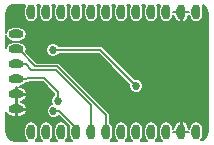
<source format=gbl>
G04 #@! TF.FileFunction,Copper,L2,Bot,Signal*
%FSLAX46Y46*%
G04 Gerber Fmt 4.6, Leading zero omitted, Abs format (unit mm)*
G04 Created by KiCad (PCBNEW 4.0.0-rc2-stable) date 12/26/2015 3:45:16 PM*
%MOMM*%
G01*
G04 APERTURE LIST*
%ADD10C,0.100000*%
%ADD11C,0.685800*%
%ADD12O,0.762000X1.270000*%
%ADD13O,1.270000X0.762000*%
%ADD14C,0.203200*%
%ADD15C,0.152400*%
G04 APERTURE END LIST*
D10*
D11*
X106553000Y-121031000D03*
X106629200Y-123698000D03*
X109372400Y-121945400D03*
X116586000Y-124841000D03*
X111353600Y-123901200D03*
D12*
X105791000Y-117475000D03*
X107061000Y-117475000D03*
X108331000Y-117475000D03*
X109601000Y-117475000D03*
X110871000Y-117475000D03*
X112141000Y-117475000D03*
X113411000Y-117475000D03*
X114681000Y-117475000D03*
X115951000Y-117475000D03*
X117221000Y-117475000D03*
X118491000Y-117475000D03*
X119761000Y-117475000D03*
X105791000Y-127635000D03*
X107061000Y-127635000D03*
X108331000Y-127635000D03*
X109601000Y-127635000D03*
X110871000Y-127635000D03*
X112141000Y-127635000D03*
X113411000Y-127635000D03*
X114681000Y-127635000D03*
X115951000Y-127635000D03*
X117221000Y-127635000D03*
X118491000Y-127635000D03*
X119761000Y-127635000D03*
D11*
X120142000Y-119253000D03*
D13*
X104521000Y-125730000D03*
X104521000Y-124460000D03*
X104521000Y-123190000D03*
X104521000Y-121920000D03*
X104521000Y-120650000D03*
X104521000Y-119380000D03*
D11*
X108077000Y-125031500D03*
X107632500Y-120713500D03*
X114681000Y-123748800D03*
X115138200Y-122920760D03*
X114300000Y-121793000D03*
X107670600Y-125882400D03*
D14*
X104521000Y-123190000D02*
X105359200Y-123190000D01*
X105359200Y-123190000D02*
X105448101Y-123101099D01*
X105448101Y-123101099D02*
X106915713Y-123101099D01*
X106915713Y-123101099D02*
X108077000Y-124262386D01*
X108077000Y-124262386D02*
X108077000Y-125031500D01*
X107632500Y-120713500D02*
X111645700Y-120713500D01*
X111645700Y-120713500D02*
X114681000Y-123748800D01*
X104521000Y-125730000D02*
X104521000Y-124460000D01*
X104521000Y-124460000D02*
X105867200Y-124460000D01*
X105867200Y-124460000D02*
X106629200Y-123698000D01*
D15*
X109601000Y-127635000D02*
X109601000Y-127327867D01*
X109601000Y-127327867D02*
X108155533Y-125882400D01*
X108155533Y-125882400D02*
X107670600Y-125882400D01*
D14*
X109601000Y-127635000D02*
X109601000Y-127381000D01*
D15*
X110871000Y-127635000D02*
X110871000Y-125381317D01*
X110871000Y-125381317D02*
X107870787Y-122381104D01*
X107870787Y-122381104D02*
X105769504Y-122381104D01*
X105769504Y-122381104D02*
X105308400Y-121920000D01*
X105308400Y-121920000D02*
X104521000Y-121920000D01*
X104521000Y-120650000D02*
X104718642Y-120650000D01*
X104718642Y-120650000D02*
X106144937Y-122076295D01*
X106144937Y-122076295D02*
X107997044Y-122076295D01*
X107997044Y-122076295D02*
X112141000Y-126220251D01*
X112141000Y-126220251D02*
X112141000Y-126847600D01*
X112141000Y-126847600D02*
X112141000Y-127635000D01*
X112141000Y-127635000D02*
X112141000Y-127527020D01*
G36*
X107746800Y-124399160D02*
X107746800Y-124553606D01*
X107592789Y-124707349D01*
X107505600Y-124917323D01*
X107505401Y-125144680D01*
X107574047Y-125310816D01*
X107557420Y-125310801D01*
X107347294Y-125397624D01*
X107186389Y-125558249D01*
X107099200Y-125768223D01*
X107099001Y-125995580D01*
X107185824Y-126205706D01*
X107346449Y-126366611D01*
X107556423Y-126453800D01*
X107783780Y-126453999D01*
X107993906Y-126367176D01*
X108101675Y-126259594D01*
X109027031Y-127184950D01*
X108991400Y-127364081D01*
X108991400Y-127905919D01*
X109037803Y-128139203D01*
X109169948Y-128336971D01*
X109222971Y-128372400D01*
X108709029Y-128372400D01*
X108762052Y-128336971D01*
X108894197Y-128139203D01*
X108940600Y-127905919D01*
X108940600Y-127364081D01*
X108894197Y-127130797D01*
X108762052Y-126933029D01*
X108564284Y-126800884D01*
X108331000Y-126754481D01*
X108097716Y-126800884D01*
X107899948Y-126933029D01*
X107767803Y-127130797D01*
X107721400Y-127364081D01*
X107721400Y-127905919D01*
X107767803Y-128139203D01*
X107899948Y-128336971D01*
X107952971Y-128372400D01*
X107439029Y-128372400D01*
X107492052Y-128336971D01*
X107624197Y-128139203D01*
X107670600Y-127905919D01*
X107670600Y-127364081D01*
X107624197Y-127130797D01*
X107492052Y-126933029D01*
X107294284Y-126800884D01*
X107061000Y-126754481D01*
X106827716Y-126800884D01*
X106629948Y-126933029D01*
X106497803Y-127130797D01*
X106451400Y-127364081D01*
X106451400Y-127905919D01*
X106497803Y-128139203D01*
X106629948Y-128336971D01*
X106682971Y-128372400D01*
X106169029Y-128372400D01*
X106222052Y-128336971D01*
X106354197Y-128139203D01*
X106400600Y-127905919D01*
X106400600Y-127364081D01*
X106354197Y-127130797D01*
X106222052Y-126933029D01*
X106024284Y-126800884D01*
X105791000Y-126754481D01*
X105557716Y-126800884D01*
X105359948Y-126933029D01*
X105227803Y-127130797D01*
X105181400Y-127364081D01*
X105181400Y-127905919D01*
X105227803Y-128139203D01*
X105359948Y-128336971D01*
X105412971Y-128372400D01*
X104521000Y-128372400D01*
X104463190Y-128383899D01*
X104448352Y-128377753D01*
X104113897Y-128311226D01*
X103876439Y-128152561D01*
X103717774Y-127915103D01*
X103656600Y-127607559D01*
X103656600Y-125974650D01*
X103782066Y-126179013D01*
X103990809Y-126330410D01*
X104241600Y-126390400D01*
X104495600Y-126390400D01*
X104495600Y-125755400D01*
X104546400Y-125755400D01*
X104546400Y-126390400D01*
X104800400Y-126390400D01*
X105051191Y-126330410D01*
X105259934Y-126179013D01*
X105394850Y-125959258D01*
X105422813Y-125858320D01*
X105365004Y-125755400D01*
X104546400Y-125755400D01*
X104495600Y-125755400D01*
X104475600Y-125755400D01*
X104475600Y-125704600D01*
X104495600Y-125704600D01*
X104495600Y-124485400D01*
X104546400Y-124485400D01*
X104546400Y-125704600D01*
X105365004Y-125704600D01*
X105422813Y-125601680D01*
X105394850Y-125500742D01*
X105259934Y-125280987D01*
X105051191Y-125129590D01*
X104906586Y-125095000D01*
X105051191Y-125060410D01*
X105259934Y-124909013D01*
X105394850Y-124689258D01*
X105422813Y-124588320D01*
X105365004Y-124485400D01*
X104546400Y-124485400D01*
X104495600Y-124485400D01*
X104475600Y-124485400D01*
X104475600Y-124434600D01*
X104495600Y-124434600D01*
X104495600Y-123799600D01*
X104546400Y-123799600D01*
X104546400Y-124434600D01*
X105365004Y-124434600D01*
X105422813Y-124331680D01*
X105394850Y-124230742D01*
X105259934Y-124010987D01*
X105051191Y-123859590D01*
X104800400Y-123799600D01*
X104791919Y-123799600D01*
X105025203Y-123753197D01*
X105222971Y-123621052D01*
X105290358Y-123520200D01*
X105359200Y-123520200D01*
X105485562Y-123495065D01*
X105580995Y-123431299D01*
X106778939Y-123431299D01*
X107746800Y-124399160D01*
X107746800Y-124399160D01*
G37*
X107746800Y-124399160D02*
X107746800Y-124553606D01*
X107592789Y-124707349D01*
X107505600Y-124917323D01*
X107505401Y-125144680D01*
X107574047Y-125310816D01*
X107557420Y-125310801D01*
X107347294Y-125397624D01*
X107186389Y-125558249D01*
X107099200Y-125768223D01*
X107099001Y-125995580D01*
X107185824Y-126205706D01*
X107346449Y-126366611D01*
X107556423Y-126453800D01*
X107783780Y-126453999D01*
X107993906Y-126367176D01*
X108101675Y-126259594D01*
X109027031Y-127184950D01*
X108991400Y-127364081D01*
X108991400Y-127905919D01*
X109037803Y-128139203D01*
X109169948Y-128336971D01*
X109222971Y-128372400D01*
X108709029Y-128372400D01*
X108762052Y-128336971D01*
X108894197Y-128139203D01*
X108940600Y-127905919D01*
X108940600Y-127364081D01*
X108894197Y-127130797D01*
X108762052Y-126933029D01*
X108564284Y-126800884D01*
X108331000Y-126754481D01*
X108097716Y-126800884D01*
X107899948Y-126933029D01*
X107767803Y-127130797D01*
X107721400Y-127364081D01*
X107721400Y-127905919D01*
X107767803Y-128139203D01*
X107899948Y-128336971D01*
X107952971Y-128372400D01*
X107439029Y-128372400D01*
X107492052Y-128336971D01*
X107624197Y-128139203D01*
X107670600Y-127905919D01*
X107670600Y-127364081D01*
X107624197Y-127130797D01*
X107492052Y-126933029D01*
X107294284Y-126800884D01*
X107061000Y-126754481D01*
X106827716Y-126800884D01*
X106629948Y-126933029D01*
X106497803Y-127130797D01*
X106451400Y-127364081D01*
X106451400Y-127905919D01*
X106497803Y-128139203D01*
X106629948Y-128336971D01*
X106682971Y-128372400D01*
X106169029Y-128372400D01*
X106222052Y-128336971D01*
X106354197Y-128139203D01*
X106400600Y-127905919D01*
X106400600Y-127364081D01*
X106354197Y-127130797D01*
X106222052Y-126933029D01*
X106024284Y-126800884D01*
X105791000Y-126754481D01*
X105557716Y-126800884D01*
X105359948Y-126933029D01*
X105227803Y-127130797D01*
X105181400Y-127364081D01*
X105181400Y-127905919D01*
X105227803Y-128139203D01*
X105359948Y-128336971D01*
X105412971Y-128372400D01*
X104521000Y-128372400D01*
X104463190Y-128383899D01*
X104448352Y-128377753D01*
X104113897Y-128311226D01*
X103876439Y-128152561D01*
X103717774Y-127915103D01*
X103656600Y-127607559D01*
X103656600Y-125974650D01*
X103782066Y-126179013D01*
X103990809Y-126330410D01*
X104241600Y-126390400D01*
X104495600Y-126390400D01*
X104495600Y-125755400D01*
X104546400Y-125755400D01*
X104546400Y-126390400D01*
X104800400Y-126390400D01*
X105051191Y-126330410D01*
X105259934Y-126179013D01*
X105394850Y-125959258D01*
X105422813Y-125858320D01*
X105365004Y-125755400D01*
X104546400Y-125755400D01*
X104495600Y-125755400D01*
X104475600Y-125755400D01*
X104475600Y-125704600D01*
X104495600Y-125704600D01*
X104495600Y-124485400D01*
X104546400Y-124485400D01*
X104546400Y-125704600D01*
X105365004Y-125704600D01*
X105422813Y-125601680D01*
X105394850Y-125500742D01*
X105259934Y-125280987D01*
X105051191Y-125129590D01*
X104906586Y-125095000D01*
X105051191Y-125060410D01*
X105259934Y-124909013D01*
X105394850Y-124689258D01*
X105422813Y-124588320D01*
X105365004Y-124485400D01*
X104546400Y-124485400D01*
X104495600Y-124485400D01*
X104475600Y-124485400D01*
X104475600Y-124434600D01*
X104495600Y-124434600D01*
X104495600Y-123799600D01*
X104546400Y-123799600D01*
X104546400Y-124434600D01*
X105365004Y-124434600D01*
X105422813Y-124331680D01*
X105394850Y-124230742D01*
X105259934Y-124010987D01*
X105051191Y-123859590D01*
X104800400Y-123799600D01*
X104791919Y-123799600D01*
X105025203Y-123753197D01*
X105222971Y-123621052D01*
X105290358Y-123520200D01*
X105359200Y-123520200D01*
X105485562Y-123495065D01*
X105580995Y-123431299D01*
X106778939Y-123431299D01*
X107746800Y-124399160D01*
G36*
X105227803Y-116970797D02*
X105181400Y-117204081D01*
X105181400Y-117745919D01*
X105227803Y-117979203D01*
X105359948Y-118176971D01*
X105557716Y-118309116D01*
X105791000Y-118355519D01*
X106024284Y-118309116D01*
X106222052Y-118176971D01*
X106354197Y-117979203D01*
X106400600Y-117745919D01*
X106400600Y-117204081D01*
X106354197Y-116970797D01*
X106283238Y-116864600D01*
X106568762Y-116864600D01*
X106497803Y-116970797D01*
X106451400Y-117204081D01*
X106451400Y-117745919D01*
X106497803Y-117979203D01*
X106629948Y-118176971D01*
X106827716Y-118309116D01*
X107061000Y-118355519D01*
X107294284Y-118309116D01*
X107492052Y-118176971D01*
X107624197Y-117979203D01*
X107670600Y-117745919D01*
X107670600Y-117204081D01*
X107624197Y-116970797D01*
X107553238Y-116864600D01*
X107838762Y-116864600D01*
X107767803Y-116970797D01*
X107721400Y-117204081D01*
X107721400Y-117745919D01*
X107767803Y-117979203D01*
X107899948Y-118176971D01*
X108097716Y-118309116D01*
X108331000Y-118355519D01*
X108564284Y-118309116D01*
X108762052Y-118176971D01*
X108894197Y-117979203D01*
X108940600Y-117745919D01*
X108940600Y-117204081D01*
X108894197Y-116970797D01*
X108823238Y-116864600D01*
X109108762Y-116864600D01*
X109037803Y-116970797D01*
X108991400Y-117204081D01*
X108991400Y-117745919D01*
X109037803Y-117979203D01*
X109169948Y-118176971D01*
X109367716Y-118309116D01*
X109601000Y-118355519D01*
X109834284Y-118309116D01*
X110032052Y-118176971D01*
X110164197Y-117979203D01*
X110210600Y-117745919D01*
X110210600Y-117204081D01*
X110164197Y-116970797D01*
X110093238Y-116864600D01*
X110378762Y-116864600D01*
X110307803Y-116970797D01*
X110261400Y-117204081D01*
X110261400Y-117745919D01*
X110307803Y-117979203D01*
X110439948Y-118176971D01*
X110637716Y-118309116D01*
X110871000Y-118355519D01*
X111104284Y-118309116D01*
X111302052Y-118176971D01*
X111434197Y-117979203D01*
X111480600Y-117745919D01*
X111480600Y-117204081D01*
X111434197Y-116970797D01*
X111363238Y-116864600D01*
X111648762Y-116864600D01*
X111577803Y-116970797D01*
X111531400Y-117204081D01*
X111531400Y-117745919D01*
X111577803Y-117979203D01*
X111709948Y-118176971D01*
X111907716Y-118309116D01*
X112141000Y-118355519D01*
X112374284Y-118309116D01*
X112572052Y-118176971D01*
X112704197Y-117979203D01*
X112750600Y-117745919D01*
X112750600Y-117204081D01*
X112704197Y-116970797D01*
X112633238Y-116864600D01*
X112918762Y-116864600D01*
X112847803Y-116970797D01*
X112801400Y-117204081D01*
X112801400Y-117745919D01*
X112847803Y-117979203D01*
X112979948Y-118176971D01*
X113177716Y-118309116D01*
X113411000Y-118355519D01*
X113644284Y-118309116D01*
X113842052Y-118176971D01*
X113974197Y-117979203D01*
X114020600Y-117745919D01*
X114020600Y-117204081D01*
X113974197Y-116970797D01*
X113903238Y-116864600D01*
X114188762Y-116864600D01*
X114117803Y-116970797D01*
X114071400Y-117204081D01*
X114071400Y-117745919D01*
X114117803Y-117979203D01*
X114249948Y-118176971D01*
X114447716Y-118309116D01*
X114681000Y-118355519D01*
X114914284Y-118309116D01*
X115112052Y-118176971D01*
X115244197Y-117979203D01*
X115290600Y-117745919D01*
X115290600Y-117204081D01*
X115244197Y-116970797D01*
X115173238Y-116864600D01*
X115458762Y-116864600D01*
X115387803Y-116970797D01*
X115341400Y-117204081D01*
X115341400Y-117745919D01*
X115387803Y-117979203D01*
X115519948Y-118176971D01*
X115717716Y-118309116D01*
X115951000Y-118355519D01*
X116184284Y-118309116D01*
X116382052Y-118176971D01*
X116514197Y-117979203D01*
X116560600Y-117745919D01*
X116560600Y-117204081D01*
X116514197Y-116970797D01*
X116443238Y-116864600D01*
X116728762Y-116864600D01*
X116657803Y-116970797D01*
X116611400Y-117204081D01*
X116611400Y-117745919D01*
X116657803Y-117979203D01*
X116789948Y-118176971D01*
X116987716Y-118309116D01*
X117221000Y-118355519D01*
X117454284Y-118309116D01*
X117652052Y-118176971D01*
X117784197Y-117979203D01*
X117830600Y-117745919D01*
X117830600Y-117754400D01*
X117890590Y-118005191D01*
X118041987Y-118213934D01*
X118261742Y-118348850D01*
X118362680Y-118376813D01*
X118465600Y-118319004D01*
X118465600Y-117500400D01*
X117830600Y-117500400D01*
X117830600Y-117449600D01*
X118465600Y-117449600D01*
X118465600Y-117429600D01*
X118516400Y-117429600D01*
X118516400Y-117449600D01*
X119151400Y-117449600D01*
X119151400Y-117500400D01*
X118516400Y-117500400D01*
X118516400Y-118319004D01*
X118619320Y-118376813D01*
X118720258Y-118348850D01*
X118940013Y-118213934D01*
X119091410Y-118005191D01*
X119151400Y-117754400D01*
X119151400Y-117745919D01*
X119197803Y-117979203D01*
X119329948Y-118176971D01*
X119527716Y-118309116D01*
X119761000Y-118355519D01*
X119994284Y-118309116D01*
X120192052Y-118176971D01*
X120324197Y-117979203D01*
X120370600Y-117745919D01*
X120370600Y-117204081D01*
X120324197Y-116970797D01*
X120293962Y-116925547D01*
X120295103Y-116925774D01*
X120532561Y-117084439D01*
X120691226Y-117321897D01*
X120752400Y-117629441D01*
X120752400Y-127607559D01*
X120691226Y-127915103D01*
X120532561Y-128152561D01*
X120295103Y-128311226D01*
X120196095Y-128330920D01*
X120324197Y-128139203D01*
X120370600Y-127905919D01*
X120370600Y-127364081D01*
X120324197Y-127130797D01*
X120192052Y-126933029D01*
X119994284Y-126800884D01*
X119761000Y-126754481D01*
X119527716Y-126800884D01*
X119329948Y-126933029D01*
X119197803Y-127130797D01*
X119151400Y-127364081D01*
X119151400Y-127355600D01*
X119091410Y-127104809D01*
X118940013Y-126896066D01*
X118720258Y-126761150D01*
X118619320Y-126733187D01*
X118516400Y-126790996D01*
X118516400Y-127609600D01*
X119151400Y-127609600D01*
X119151400Y-127660400D01*
X118516400Y-127660400D01*
X118516400Y-127680400D01*
X118465600Y-127680400D01*
X118465600Y-127660400D01*
X117830600Y-127660400D01*
X117830600Y-127609600D01*
X118465600Y-127609600D01*
X118465600Y-126790996D01*
X118362680Y-126733187D01*
X118261742Y-126761150D01*
X118041987Y-126896066D01*
X117890590Y-127104809D01*
X117830600Y-127355600D01*
X117830600Y-127364081D01*
X117784197Y-127130797D01*
X117652052Y-126933029D01*
X117454284Y-126800884D01*
X117221000Y-126754481D01*
X116987716Y-126800884D01*
X116789948Y-126933029D01*
X116657803Y-127130797D01*
X116611400Y-127364081D01*
X116611400Y-127905919D01*
X116657803Y-128139203D01*
X116789948Y-128336971D01*
X116842971Y-128372400D01*
X116329029Y-128372400D01*
X116382052Y-128336971D01*
X116514197Y-128139203D01*
X116560600Y-127905919D01*
X116560600Y-127364081D01*
X116514197Y-127130797D01*
X116382052Y-126933029D01*
X116184284Y-126800884D01*
X115951000Y-126754481D01*
X115717716Y-126800884D01*
X115519948Y-126933029D01*
X115387803Y-127130797D01*
X115341400Y-127364081D01*
X115341400Y-127905919D01*
X115387803Y-128139203D01*
X115519948Y-128336971D01*
X115572971Y-128372400D01*
X115059029Y-128372400D01*
X115112052Y-128336971D01*
X115244197Y-128139203D01*
X115290600Y-127905919D01*
X115290600Y-127364081D01*
X115244197Y-127130797D01*
X115112052Y-126933029D01*
X114914284Y-126800884D01*
X114681000Y-126754481D01*
X114447716Y-126800884D01*
X114249948Y-126933029D01*
X114117803Y-127130797D01*
X114071400Y-127364081D01*
X114071400Y-127905919D01*
X114117803Y-128139203D01*
X114249948Y-128336971D01*
X114302971Y-128372400D01*
X113789029Y-128372400D01*
X113842052Y-128336971D01*
X113974197Y-128139203D01*
X114020600Y-127905919D01*
X114020600Y-127364081D01*
X113974197Y-127130797D01*
X113842052Y-126933029D01*
X113644284Y-126800884D01*
X113411000Y-126754481D01*
X113177716Y-126800884D01*
X112979948Y-126933029D01*
X112847803Y-127130797D01*
X112801400Y-127364081D01*
X112801400Y-127905919D01*
X112847803Y-128139203D01*
X112979948Y-128336971D01*
X113032971Y-128372400D01*
X112519029Y-128372400D01*
X112572052Y-128336971D01*
X112704197Y-128139203D01*
X112750600Y-127905919D01*
X112750600Y-127364081D01*
X112704197Y-127130797D01*
X112572052Y-126933029D01*
X112445800Y-126848670D01*
X112445800Y-126220251D01*
X112422598Y-126103609D01*
X112356526Y-126004725D01*
X108212570Y-121860769D01*
X108113686Y-121794697D01*
X107997044Y-121771495D01*
X106271189Y-121771495D01*
X105359739Y-120860045D01*
X105366375Y-120826680D01*
X107060901Y-120826680D01*
X107147724Y-121036806D01*
X107308349Y-121197711D01*
X107518323Y-121284900D01*
X107745680Y-121285099D01*
X107955806Y-121198276D01*
X108110651Y-121043700D01*
X111508926Y-121043700D01*
X114109591Y-123644365D01*
X114109401Y-123861980D01*
X114196224Y-124072106D01*
X114356849Y-124233011D01*
X114566823Y-124320200D01*
X114794180Y-124320399D01*
X115004306Y-124233576D01*
X115165211Y-124072951D01*
X115252400Y-123862977D01*
X115252599Y-123635620D01*
X115165776Y-123425494D01*
X115005151Y-123264589D01*
X114795177Y-123177400D01*
X114576382Y-123177208D01*
X111879187Y-120480013D01*
X111772062Y-120408435D01*
X111645700Y-120383300D01*
X108110394Y-120383300D01*
X107956651Y-120229289D01*
X107746677Y-120142100D01*
X107519320Y-120141901D01*
X107309194Y-120228724D01*
X107148289Y-120389349D01*
X107061100Y-120599323D01*
X107060901Y-120826680D01*
X105366375Y-120826680D01*
X105401519Y-120650000D01*
X105355116Y-120416716D01*
X105222971Y-120218948D01*
X105025203Y-120086803D01*
X104791919Y-120040400D01*
X104250081Y-120040400D01*
X104016797Y-120086803D01*
X103819029Y-120218948D01*
X103686884Y-120416716D01*
X103656600Y-120568964D01*
X103656600Y-119461036D01*
X103686884Y-119613284D01*
X103819029Y-119811052D01*
X104016797Y-119943197D01*
X104250081Y-119989600D01*
X104791919Y-119989600D01*
X105025203Y-119943197D01*
X105222971Y-119811052D01*
X105355116Y-119613284D01*
X105401519Y-119380000D01*
X105355116Y-119146716D01*
X105222971Y-118948948D01*
X105025203Y-118816803D01*
X104791919Y-118770400D01*
X104250081Y-118770400D01*
X104016797Y-118816803D01*
X103819029Y-118948948D01*
X103686884Y-119146716D01*
X103656600Y-119298964D01*
X103656600Y-117629441D01*
X103717774Y-117321897D01*
X103876439Y-117084439D01*
X104113897Y-116925774D01*
X104421441Y-116864600D01*
X105298762Y-116864600D01*
X105227803Y-116970797D01*
X105227803Y-116970797D01*
G37*
X105227803Y-116970797D02*
X105181400Y-117204081D01*
X105181400Y-117745919D01*
X105227803Y-117979203D01*
X105359948Y-118176971D01*
X105557716Y-118309116D01*
X105791000Y-118355519D01*
X106024284Y-118309116D01*
X106222052Y-118176971D01*
X106354197Y-117979203D01*
X106400600Y-117745919D01*
X106400600Y-117204081D01*
X106354197Y-116970797D01*
X106283238Y-116864600D01*
X106568762Y-116864600D01*
X106497803Y-116970797D01*
X106451400Y-117204081D01*
X106451400Y-117745919D01*
X106497803Y-117979203D01*
X106629948Y-118176971D01*
X106827716Y-118309116D01*
X107061000Y-118355519D01*
X107294284Y-118309116D01*
X107492052Y-118176971D01*
X107624197Y-117979203D01*
X107670600Y-117745919D01*
X107670600Y-117204081D01*
X107624197Y-116970797D01*
X107553238Y-116864600D01*
X107838762Y-116864600D01*
X107767803Y-116970797D01*
X107721400Y-117204081D01*
X107721400Y-117745919D01*
X107767803Y-117979203D01*
X107899948Y-118176971D01*
X108097716Y-118309116D01*
X108331000Y-118355519D01*
X108564284Y-118309116D01*
X108762052Y-118176971D01*
X108894197Y-117979203D01*
X108940600Y-117745919D01*
X108940600Y-117204081D01*
X108894197Y-116970797D01*
X108823238Y-116864600D01*
X109108762Y-116864600D01*
X109037803Y-116970797D01*
X108991400Y-117204081D01*
X108991400Y-117745919D01*
X109037803Y-117979203D01*
X109169948Y-118176971D01*
X109367716Y-118309116D01*
X109601000Y-118355519D01*
X109834284Y-118309116D01*
X110032052Y-118176971D01*
X110164197Y-117979203D01*
X110210600Y-117745919D01*
X110210600Y-117204081D01*
X110164197Y-116970797D01*
X110093238Y-116864600D01*
X110378762Y-116864600D01*
X110307803Y-116970797D01*
X110261400Y-117204081D01*
X110261400Y-117745919D01*
X110307803Y-117979203D01*
X110439948Y-118176971D01*
X110637716Y-118309116D01*
X110871000Y-118355519D01*
X111104284Y-118309116D01*
X111302052Y-118176971D01*
X111434197Y-117979203D01*
X111480600Y-117745919D01*
X111480600Y-117204081D01*
X111434197Y-116970797D01*
X111363238Y-116864600D01*
X111648762Y-116864600D01*
X111577803Y-116970797D01*
X111531400Y-117204081D01*
X111531400Y-117745919D01*
X111577803Y-117979203D01*
X111709948Y-118176971D01*
X111907716Y-118309116D01*
X112141000Y-118355519D01*
X112374284Y-118309116D01*
X112572052Y-118176971D01*
X112704197Y-117979203D01*
X112750600Y-117745919D01*
X112750600Y-117204081D01*
X112704197Y-116970797D01*
X112633238Y-116864600D01*
X112918762Y-116864600D01*
X112847803Y-116970797D01*
X112801400Y-117204081D01*
X112801400Y-117745919D01*
X112847803Y-117979203D01*
X112979948Y-118176971D01*
X113177716Y-118309116D01*
X113411000Y-118355519D01*
X113644284Y-118309116D01*
X113842052Y-118176971D01*
X113974197Y-117979203D01*
X114020600Y-117745919D01*
X114020600Y-117204081D01*
X113974197Y-116970797D01*
X113903238Y-116864600D01*
X114188762Y-116864600D01*
X114117803Y-116970797D01*
X114071400Y-117204081D01*
X114071400Y-117745919D01*
X114117803Y-117979203D01*
X114249948Y-118176971D01*
X114447716Y-118309116D01*
X114681000Y-118355519D01*
X114914284Y-118309116D01*
X115112052Y-118176971D01*
X115244197Y-117979203D01*
X115290600Y-117745919D01*
X115290600Y-117204081D01*
X115244197Y-116970797D01*
X115173238Y-116864600D01*
X115458762Y-116864600D01*
X115387803Y-116970797D01*
X115341400Y-117204081D01*
X115341400Y-117745919D01*
X115387803Y-117979203D01*
X115519948Y-118176971D01*
X115717716Y-118309116D01*
X115951000Y-118355519D01*
X116184284Y-118309116D01*
X116382052Y-118176971D01*
X116514197Y-117979203D01*
X116560600Y-117745919D01*
X116560600Y-117204081D01*
X116514197Y-116970797D01*
X116443238Y-116864600D01*
X116728762Y-116864600D01*
X116657803Y-116970797D01*
X116611400Y-117204081D01*
X116611400Y-117745919D01*
X116657803Y-117979203D01*
X116789948Y-118176971D01*
X116987716Y-118309116D01*
X117221000Y-118355519D01*
X117454284Y-118309116D01*
X117652052Y-118176971D01*
X117784197Y-117979203D01*
X117830600Y-117745919D01*
X117830600Y-117754400D01*
X117890590Y-118005191D01*
X118041987Y-118213934D01*
X118261742Y-118348850D01*
X118362680Y-118376813D01*
X118465600Y-118319004D01*
X118465600Y-117500400D01*
X117830600Y-117500400D01*
X117830600Y-117449600D01*
X118465600Y-117449600D01*
X118465600Y-117429600D01*
X118516400Y-117429600D01*
X118516400Y-117449600D01*
X119151400Y-117449600D01*
X119151400Y-117500400D01*
X118516400Y-117500400D01*
X118516400Y-118319004D01*
X118619320Y-118376813D01*
X118720258Y-118348850D01*
X118940013Y-118213934D01*
X119091410Y-118005191D01*
X119151400Y-117754400D01*
X119151400Y-117745919D01*
X119197803Y-117979203D01*
X119329948Y-118176971D01*
X119527716Y-118309116D01*
X119761000Y-118355519D01*
X119994284Y-118309116D01*
X120192052Y-118176971D01*
X120324197Y-117979203D01*
X120370600Y-117745919D01*
X120370600Y-117204081D01*
X120324197Y-116970797D01*
X120293962Y-116925547D01*
X120295103Y-116925774D01*
X120532561Y-117084439D01*
X120691226Y-117321897D01*
X120752400Y-117629441D01*
X120752400Y-127607559D01*
X120691226Y-127915103D01*
X120532561Y-128152561D01*
X120295103Y-128311226D01*
X120196095Y-128330920D01*
X120324197Y-128139203D01*
X120370600Y-127905919D01*
X120370600Y-127364081D01*
X120324197Y-127130797D01*
X120192052Y-126933029D01*
X119994284Y-126800884D01*
X119761000Y-126754481D01*
X119527716Y-126800884D01*
X119329948Y-126933029D01*
X119197803Y-127130797D01*
X119151400Y-127364081D01*
X119151400Y-127355600D01*
X119091410Y-127104809D01*
X118940013Y-126896066D01*
X118720258Y-126761150D01*
X118619320Y-126733187D01*
X118516400Y-126790996D01*
X118516400Y-127609600D01*
X119151400Y-127609600D01*
X119151400Y-127660400D01*
X118516400Y-127660400D01*
X118516400Y-127680400D01*
X118465600Y-127680400D01*
X118465600Y-127660400D01*
X117830600Y-127660400D01*
X117830600Y-127609600D01*
X118465600Y-127609600D01*
X118465600Y-126790996D01*
X118362680Y-126733187D01*
X118261742Y-126761150D01*
X118041987Y-126896066D01*
X117890590Y-127104809D01*
X117830600Y-127355600D01*
X117830600Y-127364081D01*
X117784197Y-127130797D01*
X117652052Y-126933029D01*
X117454284Y-126800884D01*
X117221000Y-126754481D01*
X116987716Y-126800884D01*
X116789948Y-126933029D01*
X116657803Y-127130797D01*
X116611400Y-127364081D01*
X116611400Y-127905919D01*
X116657803Y-128139203D01*
X116789948Y-128336971D01*
X116842971Y-128372400D01*
X116329029Y-128372400D01*
X116382052Y-128336971D01*
X116514197Y-128139203D01*
X116560600Y-127905919D01*
X116560600Y-127364081D01*
X116514197Y-127130797D01*
X116382052Y-126933029D01*
X116184284Y-126800884D01*
X115951000Y-126754481D01*
X115717716Y-126800884D01*
X115519948Y-126933029D01*
X115387803Y-127130797D01*
X115341400Y-127364081D01*
X115341400Y-127905919D01*
X115387803Y-128139203D01*
X115519948Y-128336971D01*
X115572971Y-128372400D01*
X115059029Y-128372400D01*
X115112052Y-128336971D01*
X115244197Y-128139203D01*
X115290600Y-127905919D01*
X115290600Y-127364081D01*
X115244197Y-127130797D01*
X115112052Y-126933029D01*
X114914284Y-126800884D01*
X114681000Y-126754481D01*
X114447716Y-126800884D01*
X114249948Y-126933029D01*
X114117803Y-127130797D01*
X114071400Y-127364081D01*
X114071400Y-127905919D01*
X114117803Y-128139203D01*
X114249948Y-128336971D01*
X114302971Y-128372400D01*
X113789029Y-128372400D01*
X113842052Y-128336971D01*
X113974197Y-128139203D01*
X114020600Y-127905919D01*
X114020600Y-127364081D01*
X113974197Y-127130797D01*
X113842052Y-126933029D01*
X113644284Y-126800884D01*
X113411000Y-126754481D01*
X113177716Y-126800884D01*
X112979948Y-126933029D01*
X112847803Y-127130797D01*
X112801400Y-127364081D01*
X112801400Y-127905919D01*
X112847803Y-128139203D01*
X112979948Y-128336971D01*
X113032971Y-128372400D01*
X112519029Y-128372400D01*
X112572052Y-128336971D01*
X112704197Y-128139203D01*
X112750600Y-127905919D01*
X112750600Y-127364081D01*
X112704197Y-127130797D01*
X112572052Y-126933029D01*
X112445800Y-126848670D01*
X112445800Y-126220251D01*
X112422598Y-126103609D01*
X112356526Y-126004725D01*
X108212570Y-121860769D01*
X108113686Y-121794697D01*
X107997044Y-121771495D01*
X106271189Y-121771495D01*
X105359739Y-120860045D01*
X105366375Y-120826680D01*
X107060901Y-120826680D01*
X107147724Y-121036806D01*
X107308349Y-121197711D01*
X107518323Y-121284900D01*
X107745680Y-121285099D01*
X107955806Y-121198276D01*
X108110651Y-121043700D01*
X111508926Y-121043700D01*
X114109591Y-123644365D01*
X114109401Y-123861980D01*
X114196224Y-124072106D01*
X114356849Y-124233011D01*
X114566823Y-124320200D01*
X114794180Y-124320399D01*
X115004306Y-124233576D01*
X115165211Y-124072951D01*
X115252400Y-123862977D01*
X115252599Y-123635620D01*
X115165776Y-123425494D01*
X115005151Y-123264589D01*
X114795177Y-123177400D01*
X114576382Y-123177208D01*
X111879187Y-120480013D01*
X111772062Y-120408435D01*
X111645700Y-120383300D01*
X108110394Y-120383300D01*
X107956651Y-120229289D01*
X107746677Y-120142100D01*
X107519320Y-120141901D01*
X107309194Y-120228724D01*
X107148289Y-120389349D01*
X107061100Y-120599323D01*
X107060901Y-120826680D01*
X105366375Y-120826680D01*
X105401519Y-120650000D01*
X105355116Y-120416716D01*
X105222971Y-120218948D01*
X105025203Y-120086803D01*
X104791919Y-120040400D01*
X104250081Y-120040400D01*
X104016797Y-120086803D01*
X103819029Y-120218948D01*
X103686884Y-120416716D01*
X103656600Y-120568964D01*
X103656600Y-119461036D01*
X103686884Y-119613284D01*
X103819029Y-119811052D01*
X104016797Y-119943197D01*
X104250081Y-119989600D01*
X104791919Y-119989600D01*
X105025203Y-119943197D01*
X105222971Y-119811052D01*
X105355116Y-119613284D01*
X105401519Y-119380000D01*
X105355116Y-119146716D01*
X105222971Y-118948948D01*
X105025203Y-118816803D01*
X104791919Y-118770400D01*
X104250081Y-118770400D01*
X104016797Y-118816803D01*
X103819029Y-118948948D01*
X103686884Y-119146716D01*
X103656600Y-119298964D01*
X103656600Y-117629441D01*
X103717774Y-117321897D01*
X103876439Y-117084439D01*
X104113897Y-116925774D01*
X104421441Y-116864600D01*
X105298762Y-116864600D01*
X105227803Y-116970797D01*
M02*

</source>
